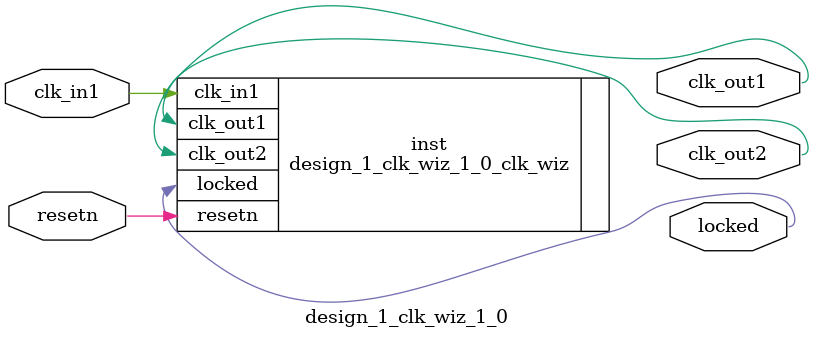
<source format=v>


`timescale 1ps/1ps

(* CORE_GENERATION_INFO = "design_1_clk_wiz_1_0,clk_wiz_v5_4_3_0,{component_name=design_1_clk_wiz_1_0,use_phase_alignment=true,use_min_o_jitter=false,use_max_i_jitter=false,use_dyn_phase_shift=false,use_inclk_switchover=false,use_dyn_reconfig=false,enable_axi=0,feedback_source=FDBK_AUTO,PRIMITIVE=MMCM,num_out_clk=2,clkin1_period=10.000,clkin2_period=10.000,use_power_down=false,use_reset=true,use_locked=true,use_inclk_stopped=false,feedback_type=SINGLE,CLOCK_MGR_TYPE=NA,manual_override=false}" *)

module design_1_clk_wiz_1_0 
 (
  // Clock out ports
  output        clk_out1,
  output        clk_out2,
  // Status and control signals
  input         resetn,
  output        locked,
 // Clock in ports
  input         clk_in1
 );

  design_1_clk_wiz_1_0_clk_wiz inst
  (
  // Clock out ports  
  .clk_out1(clk_out1),
  .clk_out2(clk_out2),
  // Status and control signals               
  .resetn(resetn), 
  .locked(locked),
 // Clock in ports
  .clk_in1(clk_in1)
  );

endmodule

</source>
